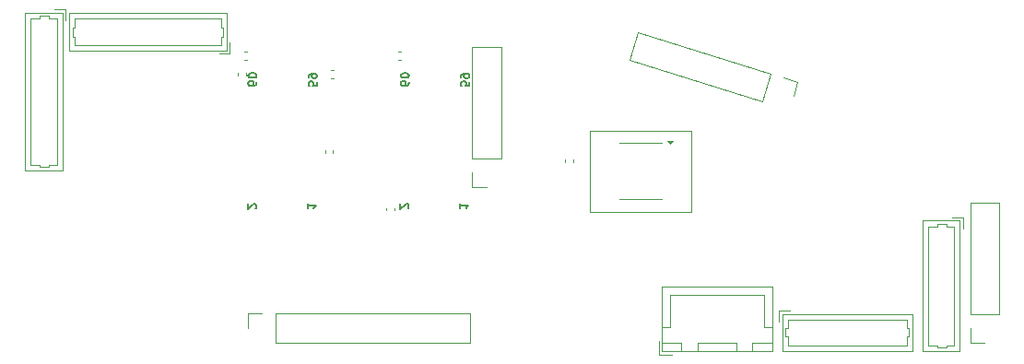
<source format=gbr>
%TF.GenerationSoftware,KiCad,Pcbnew,9.0.1+1*%
%TF.CreationDate,2025-05-26T16:30:20+08:00*%
%TF.ProjectId,audio_lab,61756469-6f5f-46c6-9162-2e6b69636164,rev?*%
%TF.SameCoordinates,Original*%
%TF.FileFunction,Legend,Bot*%
%TF.FilePolarity,Positive*%
%FSLAX46Y46*%
G04 Gerber Fmt 4.6, Leading zero omitted, Abs format (unit mm)*
G04 Created by KiCad (PCBNEW 9.0.1+1) date 2025-05-26 16:30:20*
%MOMM*%
%LPD*%
G01*
G04 APERTURE LIST*
%ADD10C,0.100000*%
%ADD11C,0.150000*%
%ADD12C,0.120000*%
G04 APERTURE END LIST*
D10*
X127245000Y-88870000D02*
X136505000Y-88870000D01*
X136505000Y-96310000D01*
X127245000Y-96310000D01*
X127245000Y-88870000D01*
D11*
X110617284Y-84388834D02*
X110617284Y-84533976D01*
X110617284Y-84533976D02*
X110580998Y-84606548D01*
X110580998Y-84606548D02*
X110544712Y-84642834D01*
X110544712Y-84642834D02*
X110435855Y-84715405D01*
X110435855Y-84715405D02*
X110290712Y-84751691D01*
X110290712Y-84751691D02*
X110000427Y-84751691D01*
X110000427Y-84751691D02*
X109927855Y-84715405D01*
X109927855Y-84715405D02*
X109891570Y-84679119D01*
X109891570Y-84679119D02*
X109855284Y-84606548D01*
X109855284Y-84606548D02*
X109855284Y-84461405D01*
X109855284Y-84461405D02*
X109891570Y-84388834D01*
X109891570Y-84388834D02*
X109927855Y-84352548D01*
X109927855Y-84352548D02*
X110000427Y-84316262D01*
X110000427Y-84316262D02*
X110181855Y-84316262D01*
X110181855Y-84316262D02*
X110254427Y-84352548D01*
X110254427Y-84352548D02*
X110290712Y-84388834D01*
X110290712Y-84388834D02*
X110326998Y-84461405D01*
X110326998Y-84461405D02*
X110326998Y-84606548D01*
X110326998Y-84606548D02*
X110290712Y-84679119D01*
X110290712Y-84679119D02*
X110254427Y-84715405D01*
X110254427Y-84715405D02*
X110181855Y-84751691D01*
X110617284Y-83844548D02*
X110617284Y-83771977D01*
X110617284Y-83771977D02*
X110580998Y-83699405D01*
X110580998Y-83699405D02*
X110544712Y-83663120D01*
X110544712Y-83663120D02*
X110472141Y-83626834D01*
X110472141Y-83626834D02*
X110326998Y-83590548D01*
X110326998Y-83590548D02*
X110145570Y-83590548D01*
X110145570Y-83590548D02*
X110000427Y-83626834D01*
X110000427Y-83626834D02*
X109927855Y-83663120D01*
X109927855Y-83663120D02*
X109891570Y-83699405D01*
X109891570Y-83699405D02*
X109855284Y-83771977D01*
X109855284Y-83771977D02*
X109855284Y-83844548D01*
X109855284Y-83844548D02*
X109891570Y-83917120D01*
X109891570Y-83917120D02*
X109927855Y-83953405D01*
X109927855Y-83953405D02*
X110000427Y-83989691D01*
X110000427Y-83989691D02*
X110145570Y-84025977D01*
X110145570Y-84025977D02*
X110326998Y-84025977D01*
X110326998Y-84025977D02*
X110472141Y-83989691D01*
X110472141Y-83989691D02*
X110544712Y-83953405D01*
X110544712Y-83953405D02*
X110580998Y-83917120D01*
X110580998Y-83917120D02*
X110617284Y-83844548D01*
X116138804Y-84392548D02*
X116138804Y-84755405D01*
X116138804Y-84755405D02*
X115775947Y-84791691D01*
X115775947Y-84791691D02*
X115812232Y-84755405D01*
X115812232Y-84755405D02*
X115848518Y-84682834D01*
X115848518Y-84682834D02*
X115848518Y-84501405D01*
X115848518Y-84501405D02*
X115812232Y-84428834D01*
X115812232Y-84428834D02*
X115775947Y-84392548D01*
X115775947Y-84392548D02*
X115703375Y-84356262D01*
X115703375Y-84356262D02*
X115521947Y-84356262D01*
X115521947Y-84356262D02*
X115449375Y-84392548D01*
X115449375Y-84392548D02*
X115413090Y-84428834D01*
X115413090Y-84428834D02*
X115376804Y-84501405D01*
X115376804Y-84501405D02*
X115376804Y-84682834D01*
X115376804Y-84682834D02*
X115413090Y-84755405D01*
X115413090Y-84755405D02*
X115449375Y-84791691D01*
X115376804Y-83993405D02*
X115376804Y-83848262D01*
X115376804Y-83848262D02*
X115413090Y-83775691D01*
X115413090Y-83775691D02*
X115449375Y-83739405D01*
X115449375Y-83739405D02*
X115558232Y-83666834D01*
X115558232Y-83666834D02*
X115703375Y-83630548D01*
X115703375Y-83630548D02*
X115993661Y-83630548D01*
X115993661Y-83630548D02*
X116066232Y-83666834D01*
X116066232Y-83666834D02*
X116102518Y-83703120D01*
X116102518Y-83703120D02*
X116138804Y-83775691D01*
X116138804Y-83775691D02*
X116138804Y-83920834D01*
X116138804Y-83920834D02*
X116102518Y-83993405D01*
X116102518Y-83993405D02*
X116066232Y-84029691D01*
X116066232Y-84029691D02*
X115993661Y-84065977D01*
X115993661Y-84065977D02*
X115812232Y-84065977D01*
X115812232Y-84065977D02*
X115739661Y-84029691D01*
X115739661Y-84029691D02*
X115703375Y-83993405D01*
X115703375Y-83993405D02*
X115667090Y-83920834D01*
X115667090Y-83920834D02*
X115667090Y-83775691D01*
X115667090Y-83775691D02*
X115703375Y-83703120D01*
X115703375Y-83703120D02*
X115739661Y-83666834D01*
X115739661Y-83666834D02*
X115812232Y-83630548D01*
X110514712Y-96038834D02*
X110550998Y-96002548D01*
X110550998Y-96002548D02*
X110587284Y-95929977D01*
X110587284Y-95929977D02*
X110587284Y-95748548D01*
X110587284Y-95748548D02*
X110550998Y-95675977D01*
X110550998Y-95675977D02*
X110514712Y-95639691D01*
X110514712Y-95639691D02*
X110442141Y-95603405D01*
X110442141Y-95603405D02*
X110369570Y-95603405D01*
X110369570Y-95603405D02*
X110260712Y-95639691D01*
X110260712Y-95639691D02*
X109825284Y-96075119D01*
X109825284Y-96075119D02*
X109825284Y-95603405D01*
X115306804Y-95553405D02*
X115306804Y-95988834D01*
X115306804Y-95771119D02*
X116068804Y-95771119D01*
X116068804Y-95771119D02*
X115959947Y-95843691D01*
X115959947Y-95843691D02*
X115887375Y-95916262D01*
X115887375Y-95916262D02*
X115851090Y-95988834D01*
X102138804Y-84392550D02*
X102138804Y-84755407D01*
X102138804Y-84755407D02*
X101775947Y-84791693D01*
X101775947Y-84791693D02*
X101812232Y-84755407D01*
X101812232Y-84755407D02*
X101848518Y-84682836D01*
X101848518Y-84682836D02*
X101848518Y-84501407D01*
X101848518Y-84501407D02*
X101812232Y-84428836D01*
X101812232Y-84428836D02*
X101775947Y-84392550D01*
X101775947Y-84392550D02*
X101703375Y-84356264D01*
X101703375Y-84356264D02*
X101521947Y-84356264D01*
X101521947Y-84356264D02*
X101449375Y-84392550D01*
X101449375Y-84392550D02*
X101413090Y-84428836D01*
X101413090Y-84428836D02*
X101376804Y-84501407D01*
X101376804Y-84501407D02*
X101376804Y-84682836D01*
X101376804Y-84682836D02*
X101413090Y-84755407D01*
X101413090Y-84755407D02*
X101449375Y-84791693D01*
X101376804Y-83993407D02*
X101376804Y-83848264D01*
X101376804Y-83848264D02*
X101413090Y-83775693D01*
X101413090Y-83775693D02*
X101449375Y-83739407D01*
X101449375Y-83739407D02*
X101558232Y-83666836D01*
X101558232Y-83666836D02*
X101703375Y-83630550D01*
X101703375Y-83630550D02*
X101993661Y-83630550D01*
X101993661Y-83630550D02*
X102066232Y-83666836D01*
X102066232Y-83666836D02*
X102102518Y-83703122D01*
X102102518Y-83703122D02*
X102138804Y-83775693D01*
X102138804Y-83775693D02*
X102138804Y-83920836D01*
X102138804Y-83920836D02*
X102102518Y-83993407D01*
X102102518Y-83993407D02*
X102066232Y-84029693D01*
X102066232Y-84029693D02*
X101993661Y-84065979D01*
X101993661Y-84065979D02*
X101812232Y-84065979D01*
X101812232Y-84065979D02*
X101739661Y-84029693D01*
X101739661Y-84029693D02*
X101703375Y-83993407D01*
X101703375Y-83993407D02*
X101667090Y-83920836D01*
X101667090Y-83920836D02*
X101667090Y-83775693D01*
X101667090Y-83775693D02*
X101703375Y-83703122D01*
X101703375Y-83703122D02*
X101739661Y-83666836D01*
X101739661Y-83666836D02*
X101812232Y-83630550D01*
X101306804Y-95553407D02*
X101306804Y-95988836D01*
X101306804Y-95771121D02*
X102068804Y-95771121D01*
X102068804Y-95771121D02*
X101959947Y-95843693D01*
X101959947Y-95843693D02*
X101887375Y-95916264D01*
X101887375Y-95916264D02*
X101851090Y-95988836D01*
X96514712Y-96038836D02*
X96550998Y-96002550D01*
X96550998Y-96002550D02*
X96587284Y-95929979D01*
X96587284Y-95929979D02*
X96587284Y-95748550D01*
X96587284Y-95748550D02*
X96550998Y-95675979D01*
X96550998Y-95675979D02*
X96514712Y-95639693D01*
X96514712Y-95639693D02*
X96442141Y-95603407D01*
X96442141Y-95603407D02*
X96369570Y-95603407D01*
X96369570Y-95603407D02*
X96260712Y-95639693D01*
X96260712Y-95639693D02*
X95825284Y-96075121D01*
X95825284Y-96075121D02*
X95825284Y-95603407D01*
X96617284Y-84388836D02*
X96617284Y-84533978D01*
X96617284Y-84533978D02*
X96580998Y-84606550D01*
X96580998Y-84606550D02*
X96544712Y-84642836D01*
X96544712Y-84642836D02*
X96435855Y-84715407D01*
X96435855Y-84715407D02*
X96290712Y-84751693D01*
X96290712Y-84751693D02*
X96000427Y-84751693D01*
X96000427Y-84751693D02*
X95927855Y-84715407D01*
X95927855Y-84715407D02*
X95891570Y-84679121D01*
X95891570Y-84679121D02*
X95855284Y-84606550D01*
X95855284Y-84606550D02*
X95855284Y-84461407D01*
X95855284Y-84461407D02*
X95891570Y-84388836D01*
X95891570Y-84388836D02*
X95927855Y-84352550D01*
X95927855Y-84352550D02*
X96000427Y-84316264D01*
X96000427Y-84316264D02*
X96181855Y-84316264D01*
X96181855Y-84316264D02*
X96254427Y-84352550D01*
X96254427Y-84352550D02*
X96290712Y-84388836D01*
X96290712Y-84388836D02*
X96326998Y-84461407D01*
X96326998Y-84461407D02*
X96326998Y-84606550D01*
X96326998Y-84606550D02*
X96290712Y-84679121D01*
X96290712Y-84679121D02*
X96254427Y-84715407D01*
X96254427Y-84715407D02*
X96181855Y-84751693D01*
X96617284Y-83844550D02*
X96617284Y-83771979D01*
X96617284Y-83771979D02*
X96580998Y-83699407D01*
X96580998Y-83699407D02*
X96544712Y-83663122D01*
X96544712Y-83663122D02*
X96472141Y-83626836D01*
X96472141Y-83626836D02*
X96326998Y-83590550D01*
X96326998Y-83590550D02*
X96145570Y-83590550D01*
X96145570Y-83590550D02*
X96000427Y-83626836D01*
X96000427Y-83626836D02*
X95927855Y-83663122D01*
X95927855Y-83663122D02*
X95891570Y-83699407D01*
X95891570Y-83699407D02*
X95855284Y-83771979D01*
X95855284Y-83771979D02*
X95855284Y-83844550D01*
X95855284Y-83844550D02*
X95891570Y-83917122D01*
X95891570Y-83917122D02*
X95927855Y-83953407D01*
X95927855Y-83953407D02*
X96000427Y-83989693D01*
X96000427Y-83989693D02*
X96145570Y-84025979D01*
X96145570Y-84025979D02*
X96326998Y-84025979D01*
X96326998Y-84025979D02*
X96472141Y-83989693D01*
X96472141Y-83989693D02*
X96544712Y-83953407D01*
X96544712Y-83953407D02*
X96580998Y-83917122D01*
X96580998Y-83917122D02*
X96617284Y-83844550D01*
D12*
%TO.C,J13*%
X116420000Y-81232500D02*
X119080000Y-81232500D01*
X116420000Y-91452500D02*
X116420000Y-81232500D01*
X116420000Y-91452500D02*
X119080000Y-91452500D01*
X116420000Y-92722500D02*
X116420000Y-94052500D01*
X116420000Y-94052500D02*
X117750000Y-94052500D01*
X119080000Y-91452500D02*
X119080000Y-81232500D01*
%TO.C,U9*%
X131875000Y-90027500D02*
X129925000Y-90027500D01*
X131875000Y-90027500D02*
X133825000Y-90027500D01*
X131875000Y-95147500D02*
X129925000Y-95147500D01*
X131875000Y-95147500D02*
X133825000Y-95147500D01*
X134575000Y-90122500D02*
X134335000Y-89792500D01*
X134815000Y-89792500D01*
X134575000Y-90122500D01*
G36*
X134575000Y-90122500D02*
G01*
X134335000Y-89792500D01*
X134815000Y-89792500D01*
X134575000Y-90122500D01*
G37*
%TO.C,R27*%
X95446359Y-81607500D02*
X95753641Y-81607500D01*
X95446359Y-82367500D02*
X95753641Y-82367500D01*
%TO.C,J5*%
X130834644Y-82374295D02*
X131625707Y-79834645D01*
X143017326Y-86169011D02*
X130834644Y-82374295D01*
X143017326Y-86169011D02*
X143808387Y-83629361D01*
X143808387Y-83629361D02*
X131625707Y-79834645D01*
X145895221Y-85672404D02*
X146290752Y-84402579D01*
X146290752Y-84402579D02*
X145020927Y-84007048D01*
%TO.C,J12*%
X79390000Y-78090000D02*
X93860000Y-78090000D01*
X79390000Y-81510000D02*
X79390000Y-78090000D01*
X79700000Y-79450000D02*
X79900000Y-79450000D01*
X79700000Y-80250000D02*
X79700000Y-79450000D01*
X79900000Y-78600000D02*
X86625000Y-78600000D01*
X79900000Y-79450000D02*
X79900000Y-78600000D01*
X79900000Y-80250000D02*
X79700000Y-80250000D01*
X79900000Y-81000000D02*
X79900000Y-80250000D01*
X86625000Y-81000000D02*
X79900000Y-81000000D01*
X86625000Y-81000000D02*
X93350000Y-81000000D01*
X93350000Y-78600000D02*
X86625000Y-78600000D01*
X93350000Y-79450000D02*
X93350000Y-78600000D01*
X93350000Y-80250000D02*
X93550000Y-80250000D01*
X93350000Y-81000000D02*
X93350000Y-80250000D01*
X93550000Y-79450000D02*
X93350000Y-79450000D01*
X93550000Y-80250000D02*
X93550000Y-79450000D01*
X93860000Y-78090000D02*
X93860000Y-81510000D01*
X93860000Y-81510000D02*
X79390000Y-81510000D01*
X94150000Y-81800000D02*
X93150000Y-81800000D01*
X94150000Y-81800000D02*
X94150000Y-80800000D01*
%TO.C,C47*%
X94890000Y-83579664D02*
X94890000Y-83795336D01*
X95610000Y-83579664D02*
X95610000Y-83795336D01*
%TO.C,J6*%
X95795000Y-105670000D02*
X95795000Y-107000000D01*
X97125000Y-105670000D02*
X95795000Y-105670000D01*
X98395000Y-105670000D02*
X98395000Y-108330000D01*
X98395000Y-105670000D02*
X116235000Y-105670000D01*
X98395000Y-108330000D02*
X116235000Y-108330000D01*
X116235000Y-105670000D02*
X116235000Y-108330000D01*
%TO.C,J4*%
X162170000Y-95510000D02*
X164830000Y-95510000D01*
X162170000Y-105730000D02*
X162170000Y-95510000D01*
X162170000Y-105730000D02*
X164830000Y-105730000D01*
X162170000Y-107000000D02*
X162170000Y-108330000D01*
X162170000Y-108330000D02*
X163500000Y-108330000D01*
X164830000Y-105730000D02*
X164830000Y-95510000D01*
%TO.C,J3*%
X157795000Y-97152500D02*
X161215000Y-97152500D01*
X157795000Y-109122500D02*
X157795000Y-97152500D01*
X158305000Y-97662500D02*
X158305000Y-103137500D01*
X158305000Y-108612500D02*
X158305000Y-103137500D01*
X159155000Y-97462500D02*
X159155000Y-97662500D01*
X159155000Y-97662500D02*
X158305000Y-97662500D01*
X159155000Y-108612500D02*
X158305000Y-108612500D01*
X159155000Y-108812500D02*
X159155000Y-108612500D01*
X159955000Y-97462500D02*
X159155000Y-97462500D01*
X159955000Y-97662500D02*
X159955000Y-97462500D01*
X159955000Y-108612500D02*
X159955000Y-108812500D01*
X159955000Y-108812500D02*
X159155000Y-108812500D01*
X160705000Y-97662500D02*
X159955000Y-97662500D01*
X160705000Y-103137500D02*
X160705000Y-97662500D01*
X160705000Y-103137500D02*
X160705000Y-108612500D01*
X160705000Y-108612500D02*
X159955000Y-108612500D01*
X161215000Y-97152500D02*
X161215000Y-109122500D01*
X161215000Y-109122500D02*
X157795000Y-109122500D01*
X161505000Y-96862500D02*
X160505000Y-96862500D01*
X161505000Y-96862500D02*
X161505000Y-97862500D01*
%TO.C,C29*%
X124940000Y-91745336D02*
X124940000Y-91529664D01*
X125660000Y-91745336D02*
X125660000Y-91529664D01*
%TO.C,J2*%
X133550000Y-109462500D02*
X133550000Y-108212500D01*
X133840000Y-103202500D02*
X143960000Y-103202500D01*
X133840000Y-109172500D02*
X133840000Y-103202500D01*
X133850000Y-106912500D02*
X134600000Y-106912500D01*
X133850000Y-108412500D02*
X135650000Y-108412500D01*
X133850000Y-109162500D02*
X133850000Y-108412500D01*
X134600000Y-103962500D02*
X138900000Y-103962500D01*
X134600000Y-106912500D02*
X134600000Y-103962500D01*
X134800000Y-109462500D02*
X133550000Y-109462500D01*
X135650000Y-108412500D02*
X135650000Y-109162500D01*
X135650000Y-109162500D02*
X133850000Y-109162500D01*
X137150000Y-108412500D02*
X140650000Y-108412500D01*
X137150000Y-109162500D02*
X137150000Y-108412500D01*
X140650000Y-108412500D02*
X140650000Y-109162500D01*
X140650000Y-109162500D02*
X137150000Y-109162500D01*
X142150000Y-108412500D02*
X143950000Y-108412500D01*
X142150000Y-109162500D02*
X142150000Y-108412500D01*
X143200000Y-103962500D02*
X138900000Y-103962500D01*
X143200000Y-106912500D02*
X143200000Y-103962500D01*
X143950000Y-106912500D02*
X143200000Y-106912500D01*
X143950000Y-108412500D02*
X143950000Y-109162500D01*
X143950000Y-109162500D02*
X142150000Y-109162500D01*
X143960000Y-103202500D02*
X143960000Y-109172500D01*
X143960000Y-109172500D02*
X133840000Y-109172500D01*
%TO.C,C45*%
X102890000Y-90679664D02*
X102890000Y-90895336D01*
X103610000Y-90679664D02*
X103610000Y-90895336D01*
%TO.C,C49*%
X108540000Y-96195336D02*
X108540000Y-95979664D01*
X109260000Y-96195336D02*
X109260000Y-95979664D01*
%TO.C,C46*%
X109642164Y-81627500D02*
X109857836Y-81627500D01*
X109642164Y-82347500D02*
X109857836Y-82347500D01*
%TO.C,R4*%
X103396359Y-83307500D02*
X103703641Y-83307500D01*
X103396359Y-84067500D02*
X103703641Y-84067500D01*
%TO.C,J1*%
X144600000Y-105450000D02*
X144600000Y-106450000D01*
X144600000Y-105450000D02*
X145600000Y-105450000D01*
X144890000Y-105740000D02*
X156860000Y-105740000D01*
X144890000Y-109160000D02*
X144890000Y-105740000D01*
X145200000Y-107000000D02*
X145200000Y-107800000D01*
X145200000Y-107800000D02*
X145400000Y-107800000D01*
X145400000Y-106250000D02*
X145400000Y-107000000D01*
X145400000Y-107000000D02*
X145200000Y-107000000D01*
X145400000Y-107800000D02*
X145400000Y-108650000D01*
X145400000Y-108650000D02*
X150875000Y-108650000D01*
X150875000Y-106250000D02*
X145400000Y-106250000D01*
X150875000Y-106250000D02*
X156350000Y-106250000D01*
X156350000Y-106250000D02*
X156350000Y-107000000D01*
X156350000Y-107000000D02*
X156550000Y-107000000D01*
X156350000Y-107800000D02*
X156350000Y-108650000D01*
X156350000Y-108650000D02*
X150875000Y-108650000D01*
X156550000Y-107000000D02*
X156550000Y-107800000D01*
X156550000Y-107800000D02*
X156350000Y-107800000D01*
X156860000Y-105740000D02*
X156860000Y-109160000D01*
X156860000Y-109160000D02*
X144890000Y-109160000D01*
%TO.C,J11*%
X75340000Y-78040000D02*
X78760000Y-78040000D01*
X75340000Y-92510000D02*
X75340000Y-78040000D01*
X75850000Y-78550000D02*
X75850000Y-85275000D01*
X75850000Y-92000000D02*
X75850000Y-85275000D01*
X76700000Y-78350000D02*
X76700000Y-78550000D01*
X76700000Y-78550000D02*
X75850000Y-78550000D01*
X76700000Y-92000000D02*
X75850000Y-92000000D01*
X76700000Y-92200000D02*
X76700000Y-92000000D01*
X77500000Y-78350000D02*
X76700000Y-78350000D01*
X77500000Y-78550000D02*
X77500000Y-78350000D01*
X77500000Y-92000000D02*
X77500000Y-92200000D01*
X77500000Y-92200000D02*
X76700000Y-92200000D01*
X78250000Y-78550000D02*
X77500000Y-78550000D01*
X78250000Y-85275000D02*
X78250000Y-78550000D01*
X78250000Y-85275000D02*
X78250000Y-92000000D01*
X78250000Y-92000000D02*
X77500000Y-92000000D01*
X78760000Y-78040000D02*
X78760000Y-92510000D01*
X78760000Y-92510000D02*
X75340000Y-92510000D01*
X79050000Y-77750000D02*
X78050000Y-77750000D01*
X79050000Y-77750000D02*
X79050000Y-78750000D01*
%TD*%
M02*

</source>
